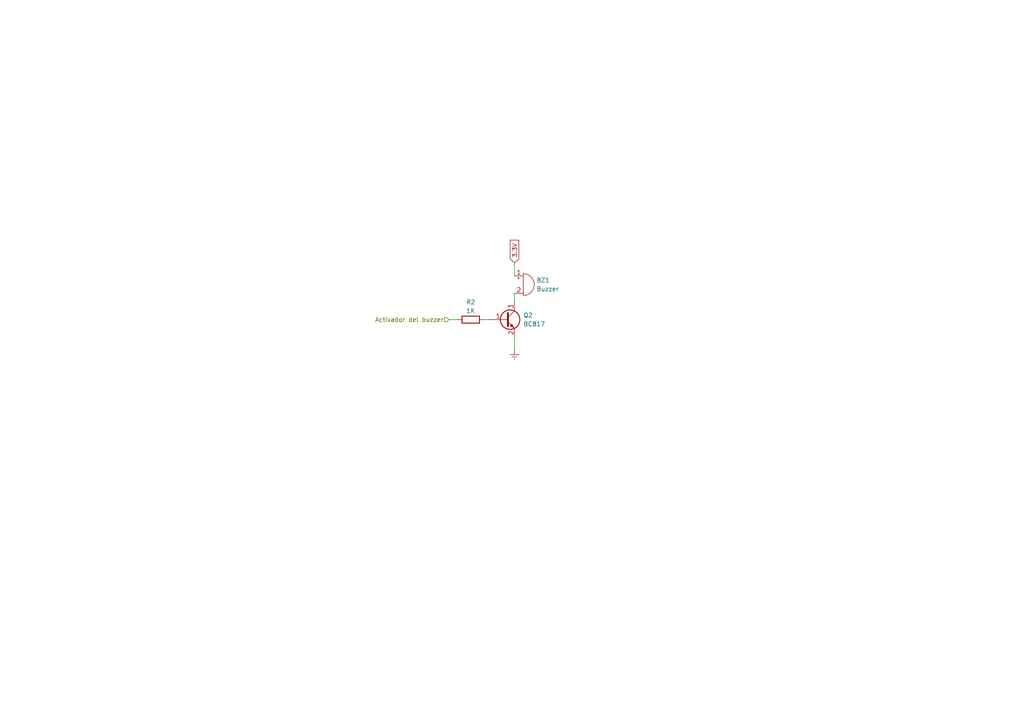
<source format=kicad_sch>
(kicad_sch (version 20230121) (generator eeschema)
  (paper "A4")
  (lib_symbols
    (symbol "Device:Buzzer" (pin_names (offset 0.0254) hide)
      (property "Reference" "BZ" (at 3.81 1.27 0))
      (property "Value" "Buzzer" (at 3.81 -1.27 0))
      (symbol "Buzzer_0_1"
        (arc (start 0 -3.175) (mid 3.1612 0) (end 0 3.175))
        (polyline (pts (xy -1.651 1.905) (xy -1.143 1.905)))
        (polyline (pts (xy -1.397 2.159) (xy -1.397 1.651)))
        (polyline (pts (xy 0 3.175) (xy 0 -3.175)))
      )
      (symbol "Buzzer_1_1"
        (pin passive line (at -2.54 2.54 0) (length 2.54) (name "-") (number "1"))
        (pin passive line (at -2.54 -2.54 0) (length 2.54) (name "+") (number "2"))
      )
    )
    (symbol "Device:R" (pin_numbers hide) (pin_names (offset 0))
      (property "Reference" "R" (at 2.032 0 90))
      (property "Value" "R" (at 0 0 90))
      (symbol "R_0_1"
        (rectangle (start -1.016 -2.54) (end 1.016 2.54) (stroke (width 0.254)))
      )
      (symbol "R_1_1"
        (pin passive line (at 0 3.81 270) (length 1.27) (name "~") (number "1"))
        (pin passive line (at 0 -3.81 90) (length 1.27) (name "~") (number "2"))
      )
    )
    (symbol "Transistor_BJT:BC817" (pin_names (offset 0) hide)
      (property "Reference" "Q" (at 5.08 1.905 0))
      (property "Value" "BC817" (at 5.08 0 0))
      (symbol "BC817_0_1"
        (polyline (pts (xy 0.635 0.635) (xy 2.54 2.54)))
        (polyline (pts (xy 0.635 -0.635) (xy 2.54 -2.54) (xy 2.54 -2.54)))
        (polyline (pts (xy 0.635 1.905) (xy 0.635 -1.905) (xy 0.635 -1.905)) (stroke (width 0.508)))
        (polyline (pts (xy 1.27 -1.778) (xy 1.778 -1.27) (xy 2.286 -2.286) (xy 1.27 -1.778) (xy 1.27 -1.778)) (fill (type outline)))
        (circle (center 1.27 0) (radius 2.8194) (stroke (width 0.254)))
      )
      (symbol "BC817_1_1"
        (pin input line (at -5.08 0 0) (length 5.715) (name "B") (number "1"))
        (pin passive line (at 2.54 -5.08 90) (length 2.54) (name "E") (number "2"))
        (pin passive line (at 2.54 5.08 270) (length 2.54) (name "C") (number "3"))
      )
    )
    (symbol "power:Earth" (power) (pin_names (offset 0))
      (symbol "Earth_0_1"
        (polyline (pts (xy -0.635 -1.905) (xy 0.635 -1.905)))
        (polyline (pts (xy -0.127 -2.54) (xy 0.127 -2.54)))
        (polyline (pts (xy 0 -1.27) (xy 0 0)))
        (polyline (pts (xy 1.27 -1.27) (xy -1.27 -1.27)))
      )
      (symbol "Earth_1_1"
        (pin power_in line (at 0 0 270) (length 0) hide (name "Earth") (number "1"))
      )
    )
  )
  (wire (pts (xy 140.335 92.71) (xy 141.605 92.71)))
  (wire (pts (xy 149.225 97.79) (xy 149.225 101.6)))
  (wire (pts (xy 149.225 76.2) (xy 149.225 80.01)))
  (wire (pts (xy 149.225 85.09) (xy 149.225 87.63)))
  (wire (pts (xy 130.175 92.71) (xy 132.715 92.71)))
  (global_label "3.3V" (shape input) (at 149.225 76.2 90) (property "Intersheetrefs" "${INTERSHEET_REFS}" (effects hide)))
  (hierarchical_label "Activador del buzzer" (shape input) (at 130.175 92.71 180))
  (symbol (lib_id "Transistor_BJT:BC817") (at 146.685 92.71 0) (unit 1)
    (property "Reference" "Q2" (at 151.765 91.4399 0) (effects (justify left)))
    (property "Value" "BC817" (at 151.765 93.9799 0) (effects (justify left)))
    (property "Footprint" "Package_TO_SOT_SMD:SOT-23" (effects hide))
    (property "Datasheet" "https://www.onsemi.com/pub/Collateral/BC818-D.pdf" (effects hide))
    (instances (project "KISS" (path "" (reference "Q2") (unit 1))) (project "KISS_V2" (path "" (reference "Q1") (unit 1))))
  )
  (symbol (lib_id "power:Earth") (at 149.225 101.6 0) (unit 1)
    (property "Reference" "#PWR04" (effects hide))
    (property "Value" "Earth" (effects hide))
  )
  (symbol (lib_id "Device:R") (at 136.525 92.71 90) (unit 1)
    (property "Reference" "R2" (at 136.525 87.63 90))
    (property "Value" "1K" (at 136.525 90.17 90))
    (property "Footprint" "Resistor_SMD:R_0603_1608Metric" (effects hide))
    (instances (project "KISS_V2" (path "" (reference "R2") (unit 1)) (path "" (reference "R6") (unit 1)) (path "" (reference "R3") (unit 1))))
  )
  (symbol (lib_id "Device:Buzzer") (at 151.765 82.55 0) (unit 1)
    (property "Reference" "BZ1" (at 155.575 81.2799 0) (effects (justify left)))
    (property "Value" "Buzzer" (at 155.575 83.8199 0) (effects (justify left)))
    (property "Footprint" "Buzzer_Beeper:Buzzer_12x9.5RM7.6" (effects hide))
  )
)
</source>
